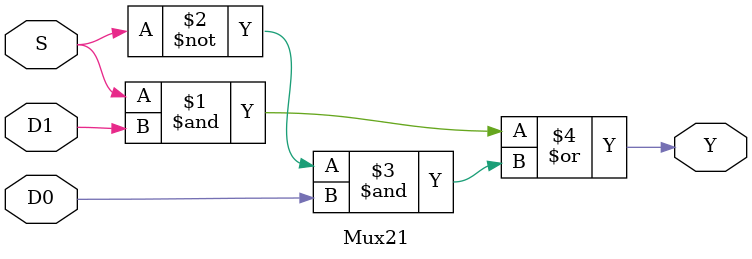
<source format=v>
`timescale 1ns / 1ps
module Mux21(
input D0,D1,S,
output Y
    );
assign Y = S & D1 | ~ S & D0;
endmodule

</source>
